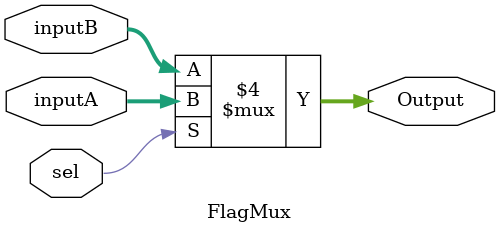
<source format=v>
module FlagMux (
    output reg [3:0] Output,
    input [3:0] inputA,
    input [3:0] inputB,
    input sel
    );
    always@ (inputA, inputB, sel) begin
        if(sel == 1) begin
            Output = inputA;    // Old flags
        end else begin
            Output = inputB;    // New flags
        end
    end
endmodule
</source>
